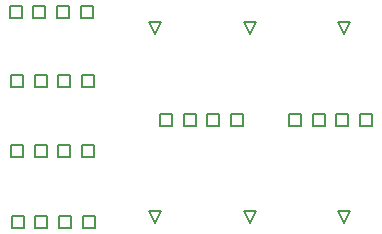
<source format=gbr>
G04*
G04 #@! TF.GenerationSoftware,Altium Limited,Altium Designer,23.0.1 (38)*
G04*
G04 Layer_Color=2752767*
%FSLAX25Y25*%
%MOIN*%
G70*
G04*
G04 #@! TF.SameCoordinates,383C52D0-4EDD-4C0E-AA1A-A67FCF8BFF30*
G04*
G04*
G04 #@! TF.FilePolarity,Positive*
G04*
G01*
G75*
%ADD11C,0.00500*%
D11*
X367685Y164929D02*
Y168929D01*
X371685D01*
Y164929D01*
X367685D01*
X375559D02*
Y168929D01*
X379559D01*
Y164929D01*
X375559D01*
X383433D02*
Y168929D01*
X387433D01*
Y164929D01*
X383433D01*
X391307D02*
Y168929D01*
X395307D01*
Y164929D01*
X391307D01*
X348374Y164937D02*
Y168937D01*
X352374D01*
Y164937D01*
X348374D01*
X340500D02*
Y168937D01*
X344500D01*
Y164937D01*
X340500D01*
X332626D02*
Y168937D01*
X336626D01*
Y164937D01*
X332626D01*
X324752D02*
Y168937D01*
X328752D01*
Y164937D01*
X324752D01*
X298248Y200937D02*
Y204937D01*
X302248D01*
Y200937D01*
X298248D01*
X290374D02*
Y204937D01*
X294374D01*
Y200937D01*
X290374D01*
X282500D02*
Y204937D01*
X286500D01*
Y200937D01*
X282500D01*
X274626D02*
Y204937D01*
X278626D01*
Y200937D01*
X274626D01*
X275004Y177937D02*
Y181937D01*
X279004D01*
Y177937D01*
X275004D01*
X282878D02*
Y181937D01*
X286878D01*
Y177937D01*
X282878D01*
X290752D02*
Y181937D01*
X294752D01*
Y177937D01*
X290752D01*
X298626D02*
Y181937D01*
X302626D01*
Y177937D01*
X298626D01*
X275004Y154437D02*
Y158437D01*
X279004D01*
Y154437D01*
X275004D01*
X282878D02*
Y158437D01*
X286878D01*
Y154437D01*
X282878D01*
X290752D02*
Y158437D01*
X294752D01*
Y154437D01*
X290752D01*
X298626D02*
Y158437D01*
X302626D01*
Y154437D01*
X298626D01*
X298874Y130937D02*
Y134937D01*
X302874D01*
Y130937D01*
X298874D01*
X291000D02*
Y134937D01*
X295000D01*
Y130937D01*
X291000D01*
X283126D02*
Y134937D01*
X287126D01*
Y130937D01*
X283126D01*
X275252D02*
Y134937D01*
X279252D01*
Y130937D01*
X275252D01*
X354563Y195437D02*
X352563Y199437D01*
X356563D01*
X354563Y195437D01*
X386059D02*
X384059Y199437D01*
X388059D01*
X386059Y195437D01*
X323067D02*
X321067Y199437D01*
X325067D01*
X323067Y195437D01*
Y132445D02*
X321067Y136445D01*
X325067D01*
X323067Y132445D01*
X354563D02*
X352563Y136445D01*
X356563D01*
X354563Y132445D01*
X386059D02*
X384059Y136445D01*
X388059D01*
X386059Y132445D01*
M02*

</source>
